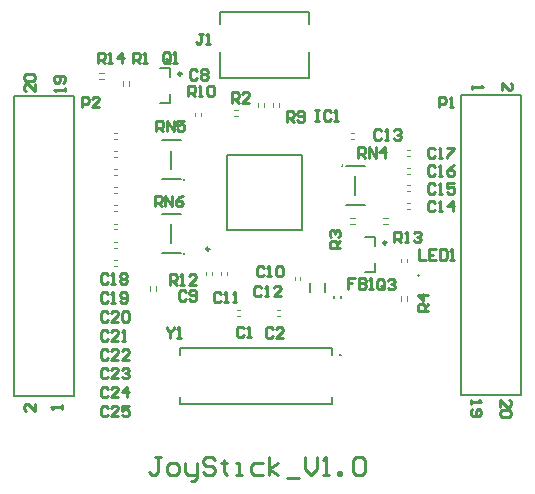
<source format=gto>
G04*
G04 #@! TF.GenerationSoftware,Altium Limited,Altium Designer,20.0.2 (26)*
G04*
G04 Layer_Color=65535*
%FSLAX25Y25*%
%MOIN*%
G70*
G01*
G75*
%ADD10C,0.00984*%
%ADD11C,0.00787*%
%ADD12C,0.00394*%
%ADD13C,0.01000*%
D10*
X69390Y97244D02*
G03*
X69390Y97244I-492J0D01*
G01*
X128429Y99378D02*
G03*
X128429Y99378I-492J0D01*
G01*
X60122Y155677D02*
G03*
X60122Y155677I-492J0D01*
G01*
D11*
X112795Y61811D02*
G03*
X113189Y61811I197J0D01*
G01*
D02*
G03*
X112795Y61811I-197J0D01*
G01*
X61024Y120079D02*
G03*
X61024Y120472I0J197D01*
G01*
D02*
G03*
X61024Y120079I0J-197D01*
G01*
D02*
G03*
X61024Y120472I0J197D01*
G01*
X61024Y95472D02*
G03*
X61024Y95866I0J197D01*
G01*
D02*
G03*
X61024Y95472I0J-197D01*
G01*
D02*
G03*
X61024Y95866I0J197D01*
G01*
X113779Y125197D02*
G03*
X113779Y124803I0J-197D01*
G01*
D02*
G03*
X113779Y125197I0J197D01*
G01*
D02*
G03*
X113779Y124803I0J-197D01*
G01*
X4291Y148268D02*
X24291D01*
Y48268D02*
Y55768D01*
X4291Y48268D02*
X24291D01*
X4291D02*
Y55768D01*
Y148268D01*
X24291Y55768D02*
Y148268D01*
X73032Y172441D02*
Y176181D01*
X102559Y172441D02*
Y176181D01*
X73032Y154134D02*
Y162795D01*
X102559Y154134D02*
Y162795D01*
X73177Y154134D02*
X102547D01*
X73032Y176181D02*
X102559D01*
X111024Y80984D02*
Y81575D01*
X113386Y80965D02*
Y81555D01*
X75394Y103740D02*
Y128543D01*
X100197D01*
Y103740D02*
Y128543D01*
X75394Y103740D02*
X100197D01*
X110433Y61811D02*
Y64173D01*
X59646D02*
X110433D01*
X59646Y61811D02*
Y64173D01*
Y45669D02*
Y48031D01*
Y45669D02*
X110433D01*
Y48031D01*
X153268Y48583D02*
X173268D01*
X153268Y141083D02*
Y148583D01*
X173268D01*
Y141083D02*
Y148583D01*
Y48583D02*
Y141083D01*
X153268Y48583D02*
Y141083D01*
X53543Y120472D02*
X59842D01*
X56693Y123819D02*
Y130118D01*
X53543Y133465D02*
X59842D01*
X53543Y95866D02*
X59842D01*
X56693Y99213D02*
Y105512D01*
X53543Y108858D02*
X59842D01*
X121244Y101347D02*
X124787D01*
Y98197D02*
Y101347D01*
X121244Y89535D02*
X124787D01*
Y92685D01*
X107874Y82874D02*
Y86024D01*
X103150Y82874D02*
Y86024D01*
X114961Y124803D02*
X121260D01*
X118110Y115157D02*
Y121457D01*
X114961Y111811D02*
X121260D01*
X56480Y145835D02*
Y148984D01*
X52937Y145835D02*
X56480D01*
Y154496D02*
Y157646D01*
X52937D02*
X56480D01*
D12*
X32677Y153937D02*
X34252D01*
X32677Y155905D02*
X34252D01*
X127362Y107480D02*
X128937D01*
X127362Y105512D02*
X128937D01*
X51772Y83268D02*
Y84842D01*
X49803Y83268D02*
Y84842D01*
X90551Y144488D02*
Y146063D01*
X92520Y144488D02*
Y146063D01*
X85630Y144488D02*
Y146063D01*
X87598Y144488D02*
Y146063D01*
X59646Y64173D02*
X110433D01*
X59646Y45669D02*
X110433D01*
X37657Y134043D02*
X38642D01*
X37657Y136011D02*
X38642D01*
X37657Y127997D02*
X38642D01*
X37657Y129965D02*
X38642D01*
X37657Y121950D02*
X38642D01*
X37657Y123919D02*
X38642D01*
X37657Y115904D02*
X38642D01*
X37657Y117873D02*
X38642D01*
X37657Y109858D02*
X38642D01*
X37657Y111827D02*
X38642D01*
X37657Y103812D02*
X38642D01*
X37657Y105781D02*
X38642D01*
X37657Y91720D02*
X38642D01*
X37657Y93688D02*
X38642D01*
X116535Y134055D02*
X117520D01*
X116535Y136024D02*
X117520D01*
X37657Y97766D02*
X38642D01*
X37657Y99735D02*
X38642D01*
X75394Y88583D02*
Y89567D01*
X73425Y88583D02*
Y89567D01*
X70276Y88583D02*
Y89567D01*
X68307Y88583D02*
Y89567D01*
X66732Y141732D02*
Y142717D01*
X64764Y141732D02*
Y142717D01*
X135433Y80118D02*
Y81693D01*
X133465Y80118D02*
Y81693D01*
X135433Y92913D02*
Y93898D01*
X133465Y92913D02*
Y93898D01*
X135433Y116535D02*
X136417D01*
X135433Y118504D02*
X136417D01*
X135433Y110630D02*
X136417D01*
X135433Y112598D02*
X136417D01*
X135433Y128347D02*
X136417D01*
X135433Y130315D02*
X136417D01*
X135433Y122441D02*
X136417D01*
X135433Y124409D02*
X136417D01*
X97835Y87008D02*
Y87992D01*
X99803Y87008D02*
Y87992D01*
X116339Y107677D02*
X117913D01*
X116339Y105709D02*
X117913D01*
X42520Y151575D02*
Y153150D01*
X40551Y151575D02*
Y153150D01*
X78740Y76968D02*
X79724D01*
X78740Y75000D02*
X79724D01*
X91929D02*
X92913D01*
X91929Y76968D02*
X92913D01*
X77559Y141732D02*
X79134D01*
X77559Y143701D02*
X79134D01*
D13*
X138976Y88779D02*
X138976D01*
X53408Y28045D02*
X51409D01*
X52408D01*
Y23047D01*
X51409Y22047D01*
X50409D01*
X49409Y23047D01*
X56407Y22047D02*
X58407D01*
X59406Y23047D01*
Y25046D01*
X58407Y26046D01*
X56407D01*
X55408Y25046D01*
Y23047D01*
X56407Y22047D01*
X61406Y26046D02*
Y23047D01*
X62405Y22047D01*
X65404D01*
Y21048D01*
X64405Y20048D01*
X63405D01*
X65404Y22047D02*
Y26046D01*
X71402Y27046D02*
X70403Y28045D01*
X68403D01*
X67404Y27046D01*
Y26046D01*
X68403Y25046D01*
X70403D01*
X71402Y24047D01*
Y23047D01*
X70403Y22047D01*
X68403D01*
X67404Y23047D01*
X74401Y27046D02*
Y26046D01*
X73402D01*
X75401D01*
X74401D01*
Y23047D01*
X75401Y22047D01*
X78400D02*
X80399D01*
X79400D01*
Y26046D01*
X78400D01*
X87397D02*
X84398D01*
X83398Y25046D01*
Y23047D01*
X84398Y22047D01*
X87397D01*
X89397D02*
Y28045D01*
Y24047D02*
X92396Y26046D01*
X89397Y24047D02*
X92396Y22047D01*
X95395Y21048D02*
X99393D01*
X101393Y28045D02*
Y24047D01*
X103392Y22047D01*
X105391Y24047D01*
Y28045D01*
X107391Y22047D02*
X109390D01*
X108390D01*
Y28045D01*
X107391Y27046D01*
X112389Y22047D02*
Y23047D01*
X113389D01*
Y22047D01*
X112389D01*
X117387Y27046D02*
X118387Y28045D01*
X120387D01*
X121386Y27046D01*
Y23047D01*
X120387Y22047D01*
X118387D01*
X117387Y23047D01*
Y27046D01*
X32283Y159252D02*
Y162751D01*
X34033D01*
X34616Y162168D01*
Y161001D01*
X34033Y160418D01*
X32283D01*
X33450D02*
X34616Y159252D01*
X35782D02*
X36949D01*
X36366D01*
Y162751D01*
X35782Y162168D01*
X40448Y159252D02*
Y162751D01*
X38698Y161001D01*
X41031D01*
X131102Y99606D02*
Y103105D01*
X132852D01*
X133435Y102522D01*
Y101356D01*
X132852Y100773D01*
X131102D01*
X132269D02*
X133435Y99606D01*
X134601D02*
X135767D01*
X135184D01*
Y103105D01*
X134601Y102522D01*
X137517D02*
X138100Y103105D01*
X139266D01*
X139849Y102522D01*
Y101939D01*
X139266Y101356D01*
X138683D01*
X139266D01*
X139849Y100773D01*
Y100189D01*
X139266Y99606D01*
X138100D01*
X137517Y100189D01*
X56299Y85433D02*
Y88932D01*
X58049D01*
X58632Y88349D01*
Y87182D01*
X58049Y86599D01*
X56299D01*
X57465D02*
X58632Y85433D01*
X59798D02*
X60964D01*
X60381D01*
Y88932D01*
X59798Y88349D01*
X65046Y85433D02*
X62714D01*
X65046Y87766D01*
Y88349D01*
X64463Y88932D01*
X63297D01*
X62714Y88349D01*
X11220Y152136D02*
Y149803D01*
X8888Y152136D01*
X8305D01*
X7722Y151553D01*
Y150386D01*
X8305Y149803D01*
Y153302D02*
X7722Y153885D01*
Y155051D01*
X8305Y155635D01*
X10637D01*
X11220Y155051D01*
Y153885D01*
X10637Y153302D01*
X8305D01*
X21260Y149803D02*
Y150969D01*
Y150386D01*
X17761D01*
X18344Y149803D01*
X20677Y152719D02*
X21260Y153302D01*
Y154468D01*
X20677Y155051D01*
X18344D01*
X17761Y154468D01*
Y153302D01*
X18344Y152719D01*
X18927D01*
X19510Y153302D01*
Y155051D01*
X20315Y44016D02*
Y45182D01*
Y44599D01*
X16816D01*
X17399Y44016D01*
X11291Y45600D02*
Y43268D01*
X8959Y45600D01*
X8376D01*
X7792Y45017D01*
Y43851D01*
X8376Y43268D01*
X166339Y44715D02*
Y47047D01*
X168671Y44715D01*
X169254D01*
X169837Y45298D01*
Y46464D01*
X169254Y47047D01*
Y43548D02*
X169837Y42965D01*
Y41799D01*
X169254Y41216D01*
X166922D01*
X166339Y41799D01*
Y42965D01*
X166922Y43548D01*
X169254D01*
X156496Y46850D02*
Y45684D01*
Y46267D01*
X159995D01*
X159412Y46850D01*
X157079Y43935D02*
X156496Y43352D01*
Y42185D01*
X157079Y41602D01*
X159412D01*
X159995Y42185D01*
Y43352D01*
X159412Y43935D01*
X158829D01*
X158246Y43352D01*
Y41602D01*
X157087Y151772D02*
Y150605D01*
Y151189D01*
X160585D01*
X160002Y151772D01*
X166929Y150226D02*
Y152559D01*
X169262Y150226D01*
X169845D01*
X170428Y150810D01*
Y151976D01*
X169845Y152559D01*
X62402Y148228D02*
Y151727D01*
X64151D01*
X64734Y151144D01*
Y149978D01*
X64151Y149395D01*
X62402D01*
X63568D02*
X64734Y148228D01*
X65900D02*
X67067D01*
X66484D01*
Y151727D01*
X65900Y151144D01*
X68816D02*
X69399Y151727D01*
X70566D01*
X71149Y151144D01*
Y148811D01*
X70566Y148228D01*
X69399D01*
X68816Y148811D01*
Y151144D01*
X95276Y139764D02*
Y143263D01*
X97025D01*
X97608Y142680D01*
Y141513D01*
X97025Y140930D01*
X95276D01*
X96442D02*
X97608Y139764D01*
X98774Y140347D02*
X99358Y139764D01*
X100524D01*
X101107Y140347D01*
Y142680D01*
X100524Y143263D01*
X99358D01*
X98774Y142680D01*
Y142096D01*
X99358Y141513D01*
X101107D01*
X26969Y144488D02*
Y147987D01*
X28718D01*
X29301Y147404D01*
Y146238D01*
X28718Y145654D01*
X26969D01*
X32800Y144488D02*
X30467D01*
X32800Y146821D01*
Y147404D01*
X32217Y147987D01*
X31051D01*
X30467Y147404D01*
X67293Y169050D02*
X66127D01*
X66710D01*
Y166134D01*
X66127Y165551D01*
X65544D01*
X64961Y166134D01*
X68459Y165551D02*
X69626D01*
X69043D01*
Y169050D01*
X68459Y168467D01*
X118081Y87554D02*
X115748D01*
Y85804D01*
X116914D01*
X115748D01*
Y84055D01*
X119247Y87554D02*
Y84055D01*
X120996D01*
X121580Y84638D01*
Y85221D01*
X120996Y85804D01*
X119247D01*
X120996D01*
X121580Y86388D01*
Y86971D01*
X120996Y87554D01*
X119247D01*
X122746Y84055D02*
X123912D01*
X123329D01*
Y87554D01*
X122746Y86971D01*
X104724Y143459D02*
X105891D01*
X105307D01*
Y139961D01*
X104724D01*
X105891D01*
X109973Y142876D02*
X109390Y143459D01*
X108223D01*
X107640Y142876D01*
Y140544D01*
X108223Y139961D01*
X109390D01*
X109973Y140544D01*
X111139Y139961D02*
X112305D01*
X111722D01*
Y143459D01*
X111139Y142876D01*
X55315Y71215D02*
Y70632D01*
X56481Y69466D01*
X57648Y70632D01*
Y71215D01*
X56481Y69466D02*
Y67716D01*
X58814D02*
X59980D01*
X59397D01*
Y71215D01*
X58814Y70632D01*
X86781Y84412D02*
X86198Y84995D01*
X85032D01*
X84449Y84412D01*
Y82079D01*
X85032Y81496D01*
X86198D01*
X86781Y82079D01*
X87948Y81496D02*
X89114D01*
X88531D01*
Y84995D01*
X87948Y84412D01*
X93196Y81496D02*
X90863D01*
X93196Y83829D01*
Y84412D01*
X92613Y84995D01*
X91447D01*
X90863Y84412D01*
X119095Y127756D02*
Y131255D01*
X120844D01*
X121427Y130672D01*
Y129505D01*
X120844Y128922D01*
X119095D01*
X120261D02*
X121427Y127756D01*
X122593D02*
Y131255D01*
X124926Y127756D01*
Y131255D01*
X127842Y127756D02*
Y131255D01*
X126092Y129505D01*
X128425D01*
X51181Y111614D02*
Y115113D01*
X52930D01*
X53514Y114530D01*
Y113364D01*
X52930Y112780D01*
X51181D01*
X52347D02*
X53514Y111614D01*
X54680D02*
Y115113D01*
X57012Y111614D01*
Y115113D01*
X60511D02*
X59345Y114530D01*
X58179Y113364D01*
Y112197D01*
X58762Y111614D01*
X59928D01*
X60511Y112197D01*
Y112780D01*
X59928Y113364D01*
X58179D01*
X51772Y136614D02*
Y140113D01*
X53521D01*
X54104Y139530D01*
Y138364D01*
X53521Y137780D01*
X51772D01*
X52938D02*
X54104Y136614D01*
X55270D02*
Y140113D01*
X57603Y136614D01*
Y140113D01*
X61102D02*
X58769D01*
Y138364D01*
X59936Y138947D01*
X60519D01*
X61102Y138364D01*
Y137197D01*
X60519Y136614D01*
X59352D01*
X58769Y137197D01*
X43898Y159252D02*
Y162751D01*
X45647D01*
X46230Y162168D01*
Y161001D01*
X45647Y160418D01*
X43898D01*
X45064D02*
X46230Y159252D01*
X47396D02*
X48563D01*
X47980D01*
Y162751D01*
X47396Y162168D01*
X142323Y76575D02*
X138824D01*
Y78324D01*
X139407Y78907D01*
X140573D01*
X141156Y78324D01*
Y76575D01*
Y77741D02*
X142323Y78907D01*
Y81823D02*
X138824D01*
X140573Y80074D01*
Y82406D01*
X112992Y97638D02*
X109493D01*
Y99387D01*
X110076Y99970D01*
X111243D01*
X111826Y99387D01*
Y97638D01*
Y98804D02*
X112992Y99970D01*
X110076Y101137D02*
X109493Y101720D01*
Y102886D01*
X110076Y103469D01*
X110660D01*
X111243Y102886D01*
Y102303D01*
Y102886D01*
X111826Y103469D01*
X112409D01*
X112992Y102886D01*
Y101720D01*
X112409Y101137D01*
X76968Y146063D02*
Y149562D01*
X78718D01*
X79301Y148979D01*
Y147812D01*
X78718Y147229D01*
X76968D01*
X78135D02*
X79301Y146063D01*
X82800D02*
X80467D01*
X82800Y148396D01*
Y148979D01*
X82217Y149562D01*
X81050D01*
X80467Y148979D01*
X127726Y84441D02*
Y86774D01*
X127143Y87357D01*
X125977D01*
X125394Y86774D01*
Y84441D01*
X125977Y83858D01*
X127143D01*
X126560Y85025D02*
X127726Y83858D01*
X127143D02*
X127726Y84441D01*
X128893Y86774D02*
X129476Y87357D01*
X130642D01*
X131225Y86774D01*
Y86191D01*
X130642Y85608D01*
X130059D01*
X130642D01*
X131225Y85025D01*
Y84441D01*
X130642Y83858D01*
X129476D01*
X128893Y84441D01*
X56270Y160032D02*
Y162364D01*
X55686Y162948D01*
X54520D01*
X53937Y162364D01*
Y160032D01*
X54520Y159449D01*
X55686D01*
X55103Y160615D02*
X56270Y159449D01*
X55686D02*
X56270Y160032D01*
X57436Y159449D02*
X58602D01*
X58019D01*
Y162948D01*
X57436Y162364D01*
X146063Y144488D02*
Y147987D01*
X147812D01*
X148396Y147404D01*
Y146238D01*
X147812Y145654D01*
X146063D01*
X149562Y144488D02*
X150728D01*
X150145D01*
Y147987D01*
X149562Y147404D01*
X139173Y97200D02*
Y93701D01*
X141506D01*
X145005Y97200D02*
X142672D01*
Y93701D01*
X145005D01*
X142672Y95450D02*
X143838D01*
X146171Y97200D02*
Y93701D01*
X147920D01*
X148503Y94284D01*
Y96617D01*
X147920Y97200D01*
X146171D01*
X149670Y93701D02*
X150836D01*
X150253D01*
Y97200D01*
X149670Y96617D01*
X35600Y44451D02*
X35017Y45034D01*
X33851D01*
X33268Y44451D01*
Y42119D01*
X33851Y41535D01*
X35017D01*
X35600Y42119D01*
X39099Y41535D02*
X36767D01*
X39099Y43868D01*
Y44451D01*
X38516Y45034D01*
X37350D01*
X36767Y44451D01*
X42598Y45034D02*
X40266D01*
Y43285D01*
X41432Y43868D01*
X42015D01*
X42598Y43285D01*
Y42119D01*
X42015Y41535D01*
X40849D01*
X40266Y42119D01*
X35600Y50750D02*
X35017Y51333D01*
X33851D01*
X33268Y50750D01*
Y48418D01*
X33851Y47835D01*
X35017D01*
X35600Y48418D01*
X39099Y47835D02*
X36767D01*
X39099Y50167D01*
Y50750D01*
X38516Y51333D01*
X37350D01*
X36767Y50750D01*
X42015Y47835D02*
Y51333D01*
X40266Y49584D01*
X42598D01*
X35600Y57050D02*
X35017Y57633D01*
X33851D01*
X33268Y57050D01*
Y54717D01*
X33851Y54134D01*
X35017D01*
X35600Y54717D01*
X39099Y54134D02*
X36767D01*
X39099Y56466D01*
Y57050D01*
X38516Y57633D01*
X37350D01*
X36767Y57050D01*
X40266D02*
X40849Y57633D01*
X42015D01*
X42598Y57050D01*
Y56466D01*
X42015Y55883D01*
X41432D01*
X42015D01*
X42598Y55300D01*
Y54717D01*
X42015Y54134D01*
X40849D01*
X40266Y54717D01*
X35600Y63349D02*
X35017Y63932D01*
X33851D01*
X33268Y63349D01*
Y61016D01*
X33851Y60433D01*
X35017D01*
X35600Y61016D01*
X39099Y60433D02*
X36767D01*
X39099Y62766D01*
Y63349D01*
X38516Y63932D01*
X37350D01*
X36767Y63349D01*
X42598Y60433D02*
X40266D01*
X42598Y62766D01*
Y63349D01*
X42015Y63932D01*
X40849D01*
X40266Y63349D01*
X35600Y69648D02*
X35017Y70231D01*
X33851D01*
X33268Y69648D01*
Y67315D01*
X33851Y66732D01*
X35017D01*
X35600Y67315D01*
X39099Y66732D02*
X36767D01*
X39099Y69065D01*
Y69648D01*
X38516Y70231D01*
X37350D01*
X36767Y69648D01*
X40266Y66732D02*
X41432D01*
X40849D01*
Y70231D01*
X40266Y69648D01*
X35600Y75947D02*
X35017Y76530D01*
X33851D01*
X33268Y75947D01*
Y73615D01*
X33851Y73032D01*
X35017D01*
X35600Y73615D01*
X39099Y73032D02*
X36767D01*
X39099Y75364D01*
Y75947D01*
X38516Y76530D01*
X37350D01*
X36767Y75947D01*
X40266D02*
X40849Y76530D01*
X42015D01*
X42598Y75947D01*
Y73615D01*
X42015Y73032D01*
X40849D01*
X40266Y73615D01*
Y75947D01*
X35600Y82246D02*
X35017Y82830D01*
X33851D01*
X33268Y82246D01*
Y79914D01*
X33851Y79331D01*
X35017D01*
X35600Y79914D01*
X36767Y79331D02*
X37933D01*
X37350D01*
Y82830D01*
X36767Y82246D01*
X39682Y79914D02*
X40265Y79331D01*
X41432D01*
X42015Y79914D01*
Y82246D01*
X41432Y82830D01*
X40265D01*
X39682Y82246D01*
Y81663D01*
X40265Y81080D01*
X42015D01*
X35600Y88546D02*
X35017Y89129D01*
X33851D01*
X33268Y88546D01*
Y86213D01*
X33851Y85630D01*
X35017D01*
X35600Y86213D01*
X36767Y85630D02*
X37933D01*
X37350D01*
Y89129D01*
X36767Y88546D01*
X39682D02*
X40265Y89129D01*
X41432D01*
X42015Y88546D01*
Y87963D01*
X41432Y87379D01*
X42015Y86796D01*
Y86213D01*
X41432Y85630D01*
X40265D01*
X39682Y86213D01*
Y86796D01*
X40265Y87379D01*
X39682Y87963D01*
Y88546D01*
X40265Y87379D02*
X41432D01*
X144655Y130475D02*
X144072Y131058D01*
X142906D01*
X142323Y130475D01*
Y128142D01*
X142906Y127559D01*
X144072D01*
X144655Y128142D01*
X145822Y127559D02*
X146988D01*
X146405D01*
Y131058D01*
X145822Y130475D01*
X148737Y131058D02*
X151070D01*
Y130475D01*
X148737Y128142D01*
Y127559D01*
X144655Y124700D02*
X144072Y125284D01*
X142906D01*
X142323Y124700D01*
Y122368D01*
X142906Y121785D01*
X144072D01*
X144655Y122368D01*
X145822Y121785D02*
X146988D01*
X146405D01*
Y125284D01*
X145822Y124700D01*
X151070Y125284D02*
X149904Y124700D01*
X148737Y123534D01*
Y122368D01*
X149321Y121785D01*
X150487D01*
X151070Y122368D01*
Y122951D01*
X150487Y123534D01*
X148737D01*
X144655Y118664D02*
X144072Y119247D01*
X142906D01*
X142323Y118664D01*
Y116331D01*
X142906Y115748D01*
X144072D01*
X144655Y116331D01*
X145822Y115748D02*
X146988D01*
X146405D01*
Y119247D01*
X145822Y118664D01*
X151070Y119247D02*
X148737D01*
Y117498D01*
X149904Y118081D01*
X150487D01*
X151070Y117498D01*
Y116331D01*
X150487Y115748D01*
X149321D01*
X148737Y116331D01*
X144655Y112758D02*
X144072Y113341D01*
X142906D01*
X142323Y112758D01*
Y110426D01*
X142906Y109843D01*
X144072D01*
X144655Y110426D01*
X145822Y109843D02*
X146988D01*
X146405D01*
Y113341D01*
X145822Y112758D01*
X150487Y109843D02*
Y113341D01*
X148737Y111592D01*
X151070D01*
X73199Y82443D02*
X72616Y83026D01*
X71449D01*
X70866Y82443D01*
Y80111D01*
X71449Y79527D01*
X72616D01*
X73199Y80111D01*
X74365Y79527D02*
X75531D01*
X74948D01*
Y83026D01*
X74365Y82443D01*
X77281Y79527D02*
X78447D01*
X77864D01*
Y83026D01*
X77281Y82443D01*
X87569Y91105D02*
X86986Y91688D01*
X85819D01*
X85236Y91105D01*
Y88772D01*
X85819Y88189D01*
X86986D01*
X87569Y88772D01*
X88735Y88189D02*
X89901D01*
X89318D01*
Y91688D01*
X88735Y91105D01*
X91651D02*
X92234Y91688D01*
X93400D01*
X93983Y91105D01*
Y88772D01*
X93400Y88189D01*
X92234D01*
X91651Y88772D01*
Y91105D01*
X61569Y83034D02*
X60986Y83617D01*
X59819D01*
X59236Y83034D01*
Y80701D01*
X59819Y80118D01*
X60986D01*
X61569Y80701D01*
X62735D02*
X63318Y80118D01*
X64485D01*
X65068Y80701D01*
Y83034D01*
X64485Y83617D01*
X63318D01*
X62735Y83034D01*
Y82451D01*
X63318Y81867D01*
X65068D01*
X65325Y156656D02*
X64742Y157239D01*
X63575D01*
X62992Y156656D01*
Y154323D01*
X63575Y153740D01*
X64742D01*
X65325Y154323D01*
X66491Y156656D02*
X67074Y157239D01*
X68240D01*
X68824Y156656D01*
Y156073D01*
X68240Y155490D01*
X68824Y154906D01*
Y154323D01*
X68240Y153740D01*
X67074D01*
X66491Y154323D01*
Y154906D01*
X67074Y155490D01*
X66491Y156073D01*
Y156656D01*
X67074Y155490D02*
X68240D01*
X126742Y136577D02*
X126159Y137160D01*
X124993D01*
X124409Y136577D01*
Y134245D01*
X124993Y133661D01*
X126159D01*
X126742Y134245D01*
X127908Y133661D02*
X129075D01*
X128491D01*
Y137160D01*
X127908Y136577D01*
X130824D02*
X131407Y137160D01*
X132573D01*
X133157Y136577D01*
Y135994D01*
X132573Y135411D01*
X131990D01*
X132573D01*
X133157Y134828D01*
Y134245D01*
X132573Y133661D01*
X131407D01*
X130824Y134245D01*
X90522Y70632D02*
X89938Y71215D01*
X88772D01*
X88189Y70632D01*
Y68300D01*
X88772Y67716D01*
X89938D01*
X90522Y68300D01*
X94020Y67716D02*
X91688D01*
X94020Y70049D01*
Y70632D01*
X93437Y71215D01*
X92271D01*
X91688Y70632D01*
X80876Y70829D02*
X80293Y71412D01*
X79126D01*
X78543Y70829D01*
Y68497D01*
X79126Y67913D01*
X80293D01*
X80876Y68497D01*
X82042Y67913D02*
X83209D01*
X82625D01*
Y71412D01*
X82042Y70829D01*
M02*

</source>
